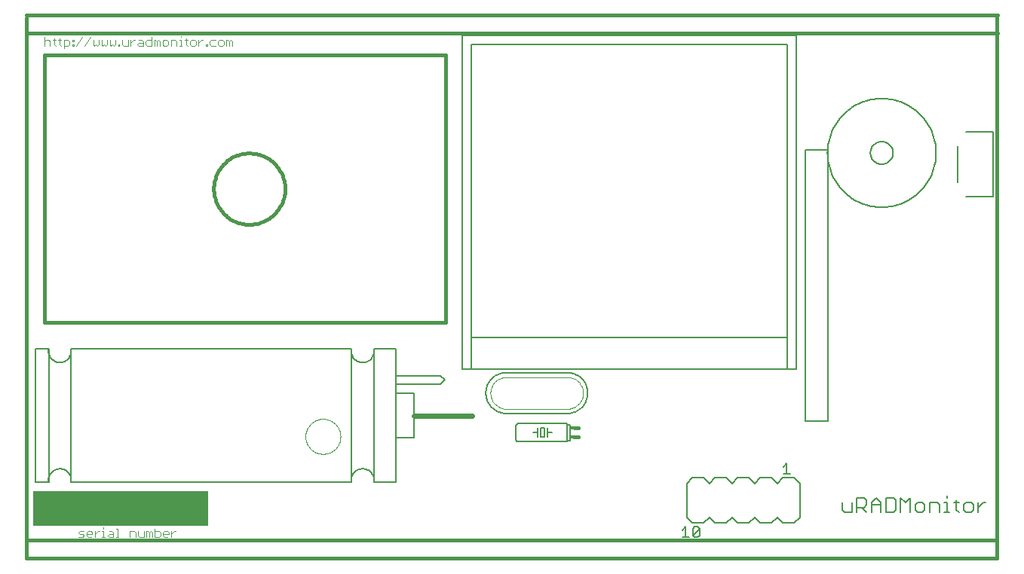
<source format=gto>
G75*
G70*
%OFA0B0*%
%FSLAX24Y24*%
%IPPOS*%
%LPD*%
%AMOC8*
5,1,8,0,0,1.08239X$1,22.5*
%
%ADD10C,0.0180*%
%ADD11R,0.7749X0.1575*%
%ADD12C,0.0030*%
%ADD13C,0.0060*%
%ADD14C,0.0020*%
%ADD15C,0.0050*%
%ADD16C,0.0160*%
%ADD17R,0.0230X0.0160*%
%ADD18C,0.0240*%
%ADD19C,0.0000*%
%ADD20C,0.0080*%
D10*
X000569Y004009D02*
X043482Y004009D01*
X043482Y004797D01*
X043482Y027907D01*
X043494Y028037D02*
X000581Y028037D01*
X000569Y027907D02*
X000569Y004797D01*
X043482Y004797D01*
X019085Y014454D02*
X001368Y014454D01*
X001368Y026265D01*
X019085Y026265D01*
X019085Y014454D01*
X008848Y020360D02*
X008850Y020439D01*
X008856Y020518D01*
X008866Y020597D01*
X008880Y020675D01*
X008897Y020752D01*
X008919Y020828D01*
X008944Y020903D01*
X008974Y020976D01*
X009006Y021048D01*
X009043Y021119D01*
X009083Y021187D01*
X009126Y021253D01*
X009172Y021317D01*
X009222Y021379D01*
X009275Y021438D01*
X009330Y021494D01*
X009389Y021548D01*
X009450Y021598D01*
X009513Y021646D01*
X009579Y021690D01*
X009647Y021731D01*
X009717Y021768D01*
X009788Y021802D01*
X009862Y021832D01*
X009936Y021858D01*
X010012Y021880D01*
X010089Y021899D01*
X010167Y021914D01*
X010245Y021925D01*
X010324Y021932D01*
X010403Y021935D01*
X010482Y021934D01*
X010561Y021929D01*
X010640Y021920D01*
X010718Y021907D01*
X010795Y021890D01*
X010872Y021870D01*
X010947Y021845D01*
X011021Y021817D01*
X011094Y021785D01*
X011164Y021750D01*
X011233Y021711D01*
X011300Y021668D01*
X011365Y021622D01*
X011427Y021574D01*
X011487Y021522D01*
X011544Y021467D01*
X011598Y021409D01*
X011649Y021349D01*
X011697Y021286D01*
X011742Y021221D01*
X011784Y021153D01*
X011822Y021084D01*
X011856Y021013D01*
X011887Y020940D01*
X011915Y020865D01*
X011938Y020790D01*
X011958Y020713D01*
X011974Y020636D01*
X011986Y020557D01*
X011994Y020479D01*
X011998Y020400D01*
X011998Y020320D01*
X011994Y020241D01*
X011986Y020163D01*
X011974Y020084D01*
X011958Y020007D01*
X011938Y019930D01*
X011915Y019855D01*
X011887Y019780D01*
X011856Y019707D01*
X011822Y019636D01*
X011784Y019567D01*
X011742Y019499D01*
X011697Y019434D01*
X011649Y019371D01*
X011598Y019311D01*
X011544Y019253D01*
X011487Y019198D01*
X011427Y019146D01*
X011365Y019098D01*
X011300Y019052D01*
X011233Y019009D01*
X011164Y018970D01*
X011094Y018935D01*
X011021Y018903D01*
X010947Y018875D01*
X010872Y018850D01*
X010795Y018830D01*
X010718Y018813D01*
X010640Y018800D01*
X010561Y018791D01*
X010482Y018786D01*
X010403Y018785D01*
X010324Y018788D01*
X010245Y018795D01*
X010167Y018806D01*
X010089Y018821D01*
X010012Y018840D01*
X009936Y018862D01*
X009862Y018888D01*
X009788Y018918D01*
X009717Y018952D01*
X009647Y018989D01*
X009579Y019030D01*
X009513Y019074D01*
X009450Y019122D01*
X009389Y019172D01*
X009330Y019226D01*
X009275Y019282D01*
X009222Y019341D01*
X009172Y019403D01*
X009126Y019467D01*
X009083Y019533D01*
X009043Y019601D01*
X009006Y019672D01*
X008974Y019744D01*
X008944Y019817D01*
X008919Y019892D01*
X008897Y019968D01*
X008880Y020045D01*
X008866Y020123D01*
X008856Y020202D01*
X008850Y020281D01*
X008848Y020360D01*
X000581Y027249D02*
X043494Y027249D01*
X000569Y004797D02*
X000569Y004009D01*
D11*
X004729Y006210D03*
D12*
X003975Y005391D02*
X003975Y005330D01*
X003975Y005206D02*
X003975Y004959D01*
X004036Y004959D02*
X003913Y004959D01*
X003913Y005206D02*
X003975Y005206D01*
X003791Y005206D02*
X003729Y005206D01*
X003606Y005083D01*
X003484Y005083D02*
X003484Y005144D01*
X003423Y005206D01*
X003299Y005206D01*
X003238Y005144D01*
X003238Y005021D01*
X003299Y004959D01*
X003423Y004959D01*
X003484Y005083D02*
X003238Y005083D01*
X003116Y005021D02*
X003054Y005083D01*
X002931Y005083D01*
X002869Y005144D01*
X002931Y005206D01*
X003116Y005206D01*
X003116Y005021D02*
X003054Y004959D01*
X002869Y004959D01*
X003606Y004959D02*
X003606Y005206D01*
X004158Y005021D02*
X004220Y005083D01*
X004405Y005083D01*
X004405Y005144D02*
X004405Y004959D01*
X004220Y004959D01*
X004158Y005021D01*
X004220Y005206D02*
X004344Y005206D01*
X004405Y005144D01*
X004527Y004959D02*
X004650Y004959D01*
X004588Y004959D02*
X004588Y005330D01*
X004527Y005330D01*
X005141Y005206D02*
X005141Y004959D01*
X005387Y004959D02*
X005387Y005144D01*
X005326Y005206D01*
X005141Y005206D01*
X005509Y005206D02*
X005509Y005021D01*
X005571Y004959D01*
X005756Y004959D01*
X005756Y005206D01*
X005877Y005206D02*
X005877Y004959D01*
X006001Y004959D02*
X006001Y005144D01*
X006062Y005206D01*
X006124Y005144D01*
X006124Y004959D01*
X006245Y004959D02*
X006431Y004959D01*
X006492Y005021D01*
X006492Y005144D01*
X006431Y005206D01*
X006245Y005206D01*
X006245Y005330D02*
X006245Y004959D01*
X006001Y005144D02*
X005939Y005206D01*
X005877Y005206D01*
X006614Y005144D02*
X006614Y005021D01*
X006676Y004959D01*
X006799Y004959D01*
X006861Y005083D02*
X006614Y005083D01*
X006614Y005144D02*
X006676Y005206D01*
X006799Y005206D01*
X006861Y005144D01*
X006861Y005083D01*
X006982Y005083D02*
X007106Y005206D01*
X007167Y005206D01*
X006982Y005206D02*
X006982Y004959D01*
X006955Y026694D02*
X006955Y026940D01*
X007141Y026940D01*
X007202Y026879D01*
X007202Y026694D01*
X007324Y026694D02*
X007447Y026694D01*
X007385Y026694D02*
X007385Y026940D01*
X007324Y026940D01*
X007385Y027064D02*
X007385Y027126D01*
X007569Y026940D02*
X007693Y026940D01*
X007631Y027002D02*
X007631Y026755D01*
X007693Y026694D01*
X007815Y026755D02*
X007876Y026694D01*
X008000Y026694D01*
X008062Y026755D01*
X008062Y026879D01*
X008000Y026940D01*
X007876Y026940D01*
X007815Y026879D01*
X007815Y026755D01*
X008183Y026694D02*
X008183Y026940D01*
X008183Y026817D02*
X008307Y026940D01*
X008368Y026940D01*
X008490Y026755D02*
X008552Y026755D01*
X008552Y026694D01*
X008490Y026694D01*
X008490Y026755D01*
X008674Y026755D02*
X008674Y026879D01*
X008736Y026940D01*
X008921Y026940D01*
X009042Y026879D02*
X009042Y026755D01*
X009104Y026694D01*
X009228Y026694D01*
X009289Y026755D01*
X009289Y026879D01*
X009228Y026940D01*
X009104Y026940D01*
X009042Y026879D01*
X008921Y026694D02*
X008736Y026694D01*
X008674Y026755D01*
X009411Y026694D02*
X009411Y026940D01*
X009473Y026940D01*
X009534Y026879D01*
X009596Y026940D01*
X009658Y026879D01*
X009658Y026694D01*
X009534Y026694D02*
X009534Y026879D01*
X006834Y026879D02*
X006834Y026755D01*
X006772Y026694D01*
X006649Y026694D01*
X006587Y026755D01*
X006587Y026879D01*
X006649Y026940D01*
X006772Y026940D01*
X006834Y026879D01*
X006466Y026879D02*
X006466Y026694D01*
X006342Y026694D02*
X006342Y026879D01*
X006404Y026940D01*
X006466Y026879D01*
X006342Y026879D02*
X006280Y026940D01*
X006219Y026940D01*
X006219Y026694D01*
X006097Y026694D02*
X005912Y026694D01*
X005850Y026755D01*
X005850Y026879D01*
X005912Y026940D01*
X006097Y026940D01*
X006097Y027064D02*
X006097Y026694D01*
X005729Y026694D02*
X005729Y026879D01*
X005667Y026940D01*
X005544Y026940D01*
X005544Y026817D02*
X005729Y026817D01*
X005729Y026694D02*
X005544Y026694D01*
X005482Y026755D01*
X005544Y026817D01*
X005360Y026940D02*
X005299Y026940D01*
X005175Y026817D01*
X005175Y026694D02*
X005175Y026940D01*
X005054Y026940D02*
X005054Y026694D01*
X004869Y026694D01*
X004807Y026755D01*
X004807Y026940D01*
X004684Y026755D02*
X004684Y026694D01*
X004623Y026694D01*
X004623Y026755D01*
X004684Y026755D01*
X004501Y026755D02*
X004501Y026940D01*
X004501Y026755D02*
X004440Y026694D01*
X004378Y026755D01*
X004316Y026694D01*
X004254Y026755D01*
X004254Y026940D01*
X004133Y026940D02*
X004133Y026755D01*
X004071Y026694D01*
X004010Y026755D01*
X003948Y026694D01*
X003886Y026755D01*
X003886Y026940D01*
X003765Y026940D02*
X003765Y026755D01*
X003703Y026694D01*
X003641Y026755D01*
X003579Y026694D01*
X003518Y026755D01*
X003518Y026940D01*
X003396Y027064D02*
X003149Y026694D01*
X002781Y026694D02*
X003028Y027064D01*
X002659Y026940D02*
X002659Y026879D01*
X002597Y026879D01*
X002597Y026940D01*
X002659Y026940D01*
X002659Y026755D02*
X002659Y026694D01*
X002597Y026694D01*
X002597Y026755D01*
X002659Y026755D01*
X002476Y026755D02*
X002414Y026694D01*
X002229Y026694D01*
X002107Y026694D02*
X002045Y026755D01*
X002045Y027002D01*
X001983Y026940D02*
X002107Y026940D01*
X002229Y026940D02*
X002414Y026940D01*
X002476Y026879D01*
X002476Y026755D01*
X002229Y026570D02*
X002229Y026940D01*
X001861Y026940D02*
X001738Y026940D01*
X001799Y027002D02*
X001799Y026755D01*
X001861Y026694D01*
X001616Y026694D02*
X001616Y026879D01*
X001554Y026940D01*
X001431Y026940D01*
X001369Y026879D01*
X001369Y027064D02*
X001369Y026694D01*
D13*
X021782Y012222D02*
X024482Y012222D01*
X024541Y012220D01*
X024599Y012214D01*
X024658Y012205D01*
X024715Y012191D01*
X024771Y012174D01*
X024826Y012153D01*
X024880Y012129D01*
X024932Y012101D01*
X024982Y012070D01*
X025030Y012036D01*
X025075Y011999D01*
X025118Y011958D01*
X025159Y011915D01*
X025196Y011870D01*
X025230Y011822D01*
X025261Y011772D01*
X025289Y011720D01*
X025313Y011666D01*
X025334Y011611D01*
X025351Y011555D01*
X025365Y011498D01*
X025374Y011439D01*
X025380Y011381D01*
X025382Y011322D01*
X025380Y011263D01*
X025374Y011205D01*
X025365Y011146D01*
X025351Y011089D01*
X025334Y011033D01*
X025313Y010978D01*
X025289Y010924D01*
X025261Y010872D01*
X025230Y010822D01*
X025196Y010774D01*
X025159Y010729D01*
X025118Y010686D01*
X025075Y010645D01*
X025030Y010608D01*
X024982Y010574D01*
X024932Y010543D01*
X024880Y010515D01*
X024826Y010491D01*
X024771Y010470D01*
X024715Y010453D01*
X024658Y010439D01*
X024599Y010430D01*
X024541Y010424D01*
X024482Y010422D01*
X021782Y010422D01*
X022307Y009972D02*
X024457Y009972D01*
X024457Y009922D01*
X024457Y009222D01*
X024457Y009172D01*
X022307Y009172D01*
X022290Y009174D01*
X022273Y009178D01*
X022257Y009185D01*
X022243Y009195D01*
X022230Y009208D01*
X022220Y009222D01*
X022213Y009238D01*
X022209Y009255D01*
X022207Y009272D01*
X022207Y009872D01*
X022209Y009889D01*
X022213Y009906D01*
X022220Y009922D01*
X022230Y009936D01*
X022243Y009949D01*
X022257Y009959D01*
X022273Y009966D01*
X022290Y009970D01*
X022307Y009972D01*
X022957Y009572D02*
X023157Y009572D01*
X023157Y009772D01*
X023307Y009772D02*
X023307Y009372D01*
X023457Y009372D01*
X023457Y009772D01*
X023307Y009772D01*
X023157Y009572D02*
X023157Y009372D01*
X023607Y009372D02*
X023607Y009572D01*
X023607Y009772D01*
X023607Y009572D02*
X023807Y009572D01*
X024457Y009222D02*
X024607Y009222D01*
X024607Y009922D01*
X024457Y009922D01*
X021782Y010422D02*
X021723Y010424D01*
X021665Y010430D01*
X021606Y010439D01*
X021549Y010453D01*
X021493Y010470D01*
X021438Y010491D01*
X021384Y010515D01*
X021332Y010543D01*
X021282Y010574D01*
X021234Y010608D01*
X021189Y010645D01*
X021146Y010686D01*
X021105Y010729D01*
X021068Y010774D01*
X021034Y010822D01*
X021003Y010872D01*
X020975Y010924D01*
X020951Y010978D01*
X020930Y011033D01*
X020913Y011089D01*
X020899Y011146D01*
X020890Y011205D01*
X020884Y011263D01*
X020882Y011322D01*
X020884Y011381D01*
X020890Y011439D01*
X020899Y011498D01*
X020913Y011555D01*
X020930Y011611D01*
X020951Y011666D01*
X020975Y011720D01*
X021003Y011772D01*
X021034Y011822D01*
X021068Y011870D01*
X021105Y011915D01*
X021146Y011958D01*
X021189Y011999D01*
X021234Y012036D01*
X021282Y012070D01*
X021332Y012101D01*
X021384Y012129D01*
X021438Y012153D01*
X021493Y012174D01*
X021549Y012191D01*
X021606Y012205D01*
X021665Y012214D01*
X021723Y012220D01*
X021782Y012222D01*
X029757Y007322D02*
X030007Y007572D01*
X030507Y007572D01*
X030757Y007322D01*
X031007Y007572D01*
X031507Y007572D01*
X031757Y007322D01*
X032007Y007572D01*
X032507Y007572D01*
X032757Y007322D01*
X033007Y007572D01*
X033507Y007572D01*
X033757Y007322D01*
X034007Y007572D01*
X034507Y007572D01*
X034757Y007322D01*
X034757Y005822D01*
X034507Y005572D01*
X034007Y005572D01*
X033757Y005822D01*
X033507Y005572D01*
X033007Y005572D01*
X032757Y005822D01*
X032507Y005572D01*
X032007Y005572D01*
X031757Y005822D01*
X031507Y005572D01*
X031007Y005572D01*
X030757Y005822D01*
X030507Y005572D01*
X030007Y005572D01*
X029757Y005822D01*
X029757Y007322D01*
X036634Y006476D02*
X036634Y006156D01*
X036741Y006049D01*
X037061Y006049D01*
X037061Y006476D01*
X037279Y006263D02*
X037599Y006263D01*
X037706Y006369D01*
X037706Y006583D01*
X037599Y006690D01*
X037279Y006690D01*
X037279Y006049D01*
X037492Y006263D02*
X037706Y006049D01*
X037923Y006049D02*
X037923Y006476D01*
X038137Y006690D01*
X038350Y006476D01*
X038350Y006049D01*
X038568Y006049D02*
X038888Y006049D01*
X038995Y006156D01*
X038995Y006583D01*
X038888Y006690D01*
X038568Y006690D01*
X038568Y006049D01*
X038350Y006369D02*
X037923Y006369D01*
X039212Y006049D02*
X039212Y006690D01*
X039426Y006476D01*
X039639Y006690D01*
X039639Y006049D01*
X039857Y006156D02*
X039857Y006369D01*
X039964Y006476D01*
X040177Y006476D01*
X040284Y006369D01*
X040284Y006156D01*
X040177Y006049D01*
X039964Y006049D01*
X039857Y006156D01*
X040502Y006049D02*
X040502Y006476D01*
X040822Y006476D01*
X040929Y006369D01*
X040929Y006049D01*
X041146Y006049D02*
X041360Y006049D01*
X041253Y006049D02*
X041253Y006476D01*
X041146Y006476D01*
X041253Y006690D02*
X041253Y006796D01*
X041683Y006583D02*
X041683Y006156D01*
X041789Y006049D01*
X042006Y006156D02*
X042112Y006049D01*
X042326Y006049D01*
X042433Y006156D01*
X042433Y006369D01*
X042326Y006476D01*
X042112Y006476D01*
X042006Y006369D01*
X042006Y006156D01*
X041789Y006476D02*
X041576Y006476D01*
X042650Y006476D02*
X042650Y006049D01*
X042650Y006263D02*
X042864Y006476D01*
X042970Y006476D01*
X037882Y021947D02*
X037884Y021991D01*
X037890Y022035D01*
X037900Y022078D01*
X037913Y022120D01*
X037930Y022161D01*
X037951Y022200D01*
X037975Y022237D01*
X038002Y022272D01*
X038032Y022304D01*
X038065Y022334D01*
X038101Y022360D01*
X038138Y022384D01*
X038178Y022403D01*
X038219Y022420D01*
X038262Y022432D01*
X038305Y022441D01*
X038349Y022446D01*
X038393Y022447D01*
X038437Y022444D01*
X038481Y022437D01*
X038524Y022426D01*
X038566Y022412D01*
X038606Y022394D01*
X038645Y022372D01*
X038681Y022348D01*
X038715Y022320D01*
X038747Y022289D01*
X038776Y022255D01*
X038802Y022219D01*
X038824Y022181D01*
X038843Y022141D01*
X038858Y022099D01*
X038870Y022057D01*
X038878Y022013D01*
X038882Y021969D01*
X038882Y021925D01*
X038878Y021881D01*
X038870Y021837D01*
X038858Y021795D01*
X038843Y021753D01*
X038824Y021713D01*
X038802Y021675D01*
X038776Y021639D01*
X038747Y021605D01*
X038715Y021574D01*
X038681Y021546D01*
X038645Y021522D01*
X038606Y021500D01*
X038566Y021482D01*
X038524Y021468D01*
X038481Y021457D01*
X038437Y021450D01*
X038393Y021447D01*
X038349Y021448D01*
X038305Y021453D01*
X038262Y021462D01*
X038219Y021474D01*
X038178Y021491D01*
X038138Y021510D01*
X038101Y021534D01*
X038065Y021560D01*
X038032Y021590D01*
X038002Y021622D01*
X037975Y021657D01*
X037951Y021694D01*
X037930Y021733D01*
X037913Y021774D01*
X037900Y021816D01*
X037890Y021859D01*
X037884Y021903D01*
X037882Y021947D01*
X035982Y021947D02*
X035985Y022065D01*
X035994Y022182D01*
X036008Y022299D01*
X036028Y022415D01*
X036054Y022530D01*
X036085Y022644D01*
X036122Y022756D01*
X036165Y022865D01*
X036212Y022973D01*
X036265Y023078D01*
X036323Y023181D01*
X036386Y023280D01*
X036454Y023377D01*
X036527Y023470D01*
X036604Y023559D01*
X036685Y023644D01*
X036770Y023725D01*
X036859Y023802D01*
X036952Y023875D01*
X037049Y023943D01*
X037148Y024006D01*
X037251Y024064D01*
X037356Y024117D01*
X037464Y024164D01*
X037573Y024207D01*
X037685Y024244D01*
X037799Y024275D01*
X037914Y024301D01*
X038030Y024321D01*
X038147Y024335D01*
X038264Y024344D01*
X038382Y024347D01*
X038500Y024344D01*
X038617Y024335D01*
X038734Y024321D01*
X038850Y024301D01*
X038965Y024275D01*
X039079Y024244D01*
X039191Y024207D01*
X039300Y024164D01*
X039408Y024117D01*
X039513Y024064D01*
X039616Y024006D01*
X039715Y023943D01*
X039812Y023875D01*
X039905Y023802D01*
X039994Y023725D01*
X040079Y023644D01*
X040160Y023559D01*
X040237Y023470D01*
X040310Y023377D01*
X040378Y023280D01*
X040441Y023181D01*
X040499Y023078D01*
X040552Y022973D01*
X040599Y022865D01*
X040642Y022756D01*
X040679Y022644D01*
X040710Y022530D01*
X040736Y022415D01*
X040756Y022299D01*
X040770Y022182D01*
X040779Y022065D01*
X040782Y021947D01*
X040779Y021829D01*
X040770Y021712D01*
X040756Y021595D01*
X040736Y021479D01*
X040710Y021364D01*
X040679Y021250D01*
X040642Y021138D01*
X040599Y021029D01*
X040552Y020921D01*
X040499Y020816D01*
X040441Y020713D01*
X040378Y020614D01*
X040310Y020517D01*
X040237Y020424D01*
X040160Y020335D01*
X040079Y020250D01*
X039994Y020169D01*
X039905Y020092D01*
X039812Y020019D01*
X039715Y019951D01*
X039616Y019888D01*
X039513Y019830D01*
X039408Y019777D01*
X039300Y019730D01*
X039191Y019687D01*
X039079Y019650D01*
X038965Y019619D01*
X038850Y019593D01*
X038734Y019573D01*
X038617Y019559D01*
X038500Y019550D01*
X038382Y019547D01*
X038264Y019550D01*
X038147Y019559D01*
X038030Y019573D01*
X037914Y019593D01*
X037799Y019619D01*
X037685Y019650D01*
X037573Y019687D01*
X037464Y019730D01*
X037356Y019777D01*
X037251Y019830D01*
X037148Y019888D01*
X037049Y019951D01*
X036952Y020019D01*
X036859Y020092D01*
X036770Y020169D01*
X036685Y020250D01*
X036604Y020335D01*
X036527Y020424D01*
X036454Y020517D01*
X036386Y020614D01*
X036323Y020713D01*
X036265Y020816D01*
X036212Y020921D01*
X036165Y021029D01*
X036122Y021138D01*
X036085Y021250D01*
X036054Y021364D01*
X036028Y021479D01*
X036008Y021595D01*
X035994Y021712D01*
X035985Y021829D01*
X035982Y021947D01*
D14*
X024482Y012022D02*
X021782Y012022D01*
X021731Y012020D01*
X021680Y012015D01*
X021630Y012005D01*
X021580Y011992D01*
X021532Y011976D01*
X021485Y011956D01*
X021439Y011932D01*
X021396Y011906D01*
X021354Y011876D01*
X021315Y011843D01*
X021278Y011808D01*
X021244Y011770D01*
X021213Y011729D01*
X021184Y011687D01*
X021159Y011642D01*
X021138Y011596D01*
X021119Y011548D01*
X021105Y011499D01*
X021094Y011449D01*
X021086Y011399D01*
X021082Y011348D01*
X021082Y011296D01*
X021086Y011245D01*
X021094Y011195D01*
X021105Y011145D01*
X021119Y011096D01*
X021138Y011048D01*
X021159Y011002D01*
X021184Y010957D01*
X021213Y010915D01*
X021244Y010874D01*
X021278Y010836D01*
X021315Y010801D01*
X021354Y010768D01*
X021396Y010738D01*
X021439Y010712D01*
X021485Y010688D01*
X021532Y010668D01*
X021580Y010652D01*
X021630Y010639D01*
X021680Y010629D01*
X021731Y010624D01*
X021782Y010622D01*
X024482Y010622D01*
X024533Y010624D01*
X024584Y010629D01*
X024634Y010639D01*
X024684Y010652D01*
X024732Y010668D01*
X024779Y010688D01*
X024825Y010712D01*
X024868Y010738D01*
X024910Y010768D01*
X024949Y010801D01*
X024986Y010836D01*
X025020Y010874D01*
X025051Y010915D01*
X025080Y010957D01*
X025105Y011002D01*
X025126Y011048D01*
X025145Y011096D01*
X025159Y011145D01*
X025170Y011195D01*
X025178Y011245D01*
X025182Y011296D01*
X025182Y011348D01*
X025178Y011399D01*
X025170Y011449D01*
X025159Y011499D01*
X025145Y011548D01*
X025126Y011596D01*
X025105Y011642D01*
X025080Y011687D01*
X025051Y011729D01*
X025020Y011770D01*
X024986Y011808D01*
X024949Y011843D01*
X024910Y011876D01*
X024868Y011906D01*
X024825Y011932D01*
X024779Y011956D01*
X024732Y011976D01*
X024684Y011992D01*
X024634Y012005D01*
X024584Y012015D01*
X024533Y012020D01*
X024482Y012022D01*
D15*
X020237Y012391D02*
X020237Y013769D01*
X034214Y013769D01*
X034214Y012391D01*
X020237Y012391D01*
X019844Y012391D01*
X019844Y027155D01*
X034607Y027155D01*
X034607Y012391D01*
X034214Y012391D01*
X034214Y013769D02*
X034214Y026761D01*
X020237Y026761D01*
X020237Y013769D01*
X018877Y012095D02*
X019074Y011898D01*
X018877Y011701D01*
X016908Y011701D01*
X016908Y011307D01*
X017696Y011307D01*
X017696Y010323D01*
X017696Y009339D01*
X016908Y009339D01*
X016908Y007370D01*
X015924Y007370D01*
X015924Y013276D01*
X016908Y013276D01*
X016908Y012095D01*
X018877Y012095D01*
X016908Y012095D02*
X016908Y011701D01*
X016908Y011307D02*
X016908Y009339D01*
X015924Y007371D02*
X015931Y007414D01*
X015934Y007459D01*
X015933Y007503D01*
X015928Y007547D01*
X015919Y007591D01*
X015906Y007633D01*
X015890Y007674D01*
X015870Y007714D01*
X015847Y007752D01*
X015820Y007787D01*
X015791Y007820D01*
X015758Y007851D01*
X015723Y007878D01*
X015686Y007902D01*
X015647Y007923D01*
X015606Y007940D01*
X015564Y007953D01*
X015520Y007963D01*
X015476Y007969D01*
X015432Y007971D01*
X015388Y007969D01*
X015344Y007963D01*
X015300Y007953D01*
X015258Y007940D01*
X015217Y007923D01*
X015178Y007902D01*
X015141Y007878D01*
X015106Y007851D01*
X015073Y007820D01*
X015044Y007787D01*
X015017Y007752D01*
X014994Y007714D01*
X014974Y007674D01*
X014958Y007633D01*
X014945Y007591D01*
X014936Y007547D01*
X014931Y007503D01*
X014930Y007459D01*
X014933Y007414D01*
X014940Y007371D01*
X014940Y007370D02*
X014940Y013276D01*
X002538Y013276D01*
X002538Y007370D01*
X014940Y007370D01*
X014940Y013276D02*
X014933Y013233D01*
X014930Y013188D01*
X014931Y013144D01*
X014936Y013100D01*
X014945Y013056D01*
X014958Y013014D01*
X014974Y012973D01*
X014994Y012933D01*
X015017Y012895D01*
X015044Y012860D01*
X015073Y012827D01*
X015106Y012796D01*
X015141Y012769D01*
X015178Y012745D01*
X015217Y012724D01*
X015258Y012707D01*
X015300Y012694D01*
X015344Y012684D01*
X015388Y012678D01*
X015432Y012676D01*
X015476Y012678D01*
X015520Y012684D01*
X015564Y012694D01*
X015606Y012707D01*
X015647Y012724D01*
X015686Y012745D01*
X015723Y012769D01*
X015758Y012796D01*
X015791Y012827D01*
X015820Y012860D01*
X015847Y012895D01*
X015870Y012933D01*
X015890Y012973D01*
X015906Y013014D01*
X015919Y013056D01*
X015928Y013100D01*
X015933Y013144D01*
X015934Y013188D01*
X015931Y013233D01*
X015924Y013276D01*
X002538Y013276D02*
X002545Y013233D01*
X002548Y013188D01*
X002547Y013144D01*
X002542Y013100D01*
X002533Y013056D01*
X002520Y013014D01*
X002504Y012973D01*
X002484Y012933D01*
X002461Y012895D01*
X002434Y012860D01*
X002405Y012827D01*
X002372Y012796D01*
X002337Y012769D01*
X002300Y012745D01*
X002261Y012724D01*
X002220Y012707D01*
X002178Y012694D01*
X002134Y012684D01*
X002090Y012678D01*
X002046Y012676D01*
X002002Y012678D01*
X001958Y012684D01*
X001914Y012694D01*
X001872Y012707D01*
X001831Y012724D01*
X001792Y012745D01*
X001755Y012769D01*
X001720Y012796D01*
X001687Y012827D01*
X001658Y012860D01*
X001631Y012895D01*
X001608Y012933D01*
X001588Y012973D01*
X001572Y013014D01*
X001559Y013056D01*
X001550Y013100D01*
X001545Y013144D01*
X001544Y013188D01*
X001547Y013233D01*
X001554Y013276D01*
X001554Y007370D01*
X000964Y007370D01*
X000964Y013276D01*
X001554Y013276D01*
X001554Y007371D02*
X001547Y007414D01*
X001544Y007459D01*
X001545Y007503D01*
X001550Y007547D01*
X001559Y007591D01*
X001572Y007633D01*
X001588Y007674D01*
X001608Y007714D01*
X001631Y007752D01*
X001658Y007787D01*
X001687Y007820D01*
X001720Y007851D01*
X001755Y007878D01*
X001792Y007902D01*
X001831Y007923D01*
X001872Y007940D01*
X001914Y007953D01*
X001958Y007963D01*
X002002Y007969D01*
X002046Y007971D01*
X002090Y007969D01*
X002134Y007963D01*
X002178Y007953D01*
X002220Y007940D01*
X002261Y007923D01*
X002300Y007902D01*
X002337Y007878D01*
X002372Y007851D01*
X002405Y007820D01*
X002434Y007787D01*
X002461Y007752D01*
X002484Y007714D01*
X002504Y007674D01*
X002520Y007633D01*
X002533Y007591D01*
X002542Y007547D01*
X002547Y007503D01*
X002548Y007459D01*
X002545Y007414D01*
X002538Y007371D01*
X029561Y005248D02*
X029711Y005398D01*
X029711Y004947D01*
X029561Y004947D02*
X029861Y004947D01*
X030021Y005022D02*
X030322Y005323D01*
X030322Y005022D01*
X030247Y004947D01*
X030096Y004947D01*
X030021Y005022D01*
X030021Y005323D01*
X030096Y005398D01*
X030247Y005398D01*
X030322Y005323D01*
X034021Y007747D02*
X034322Y007747D01*
X034172Y007747D02*
X034172Y008198D01*
X034021Y008048D01*
X035007Y010072D02*
X036007Y010072D01*
X036007Y022072D01*
X035007Y022072D01*
X035007Y010072D01*
D16*
X024957Y009772D02*
X024807Y009772D01*
X024757Y009372D02*
X024957Y009372D01*
D17*
X024742Y009372D03*
X024742Y009772D03*
D18*
X020255Y010323D02*
X017696Y010323D01*
D19*
X012903Y009399D02*
X012905Y009454D01*
X012911Y009509D01*
X012921Y009564D01*
X012934Y009617D01*
X012952Y009670D01*
X012973Y009721D01*
X012998Y009770D01*
X013026Y009818D01*
X013058Y009863D01*
X013092Y009907D01*
X013130Y009947D01*
X013170Y009985D01*
X013214Y010019D01*
X013259Y010051D01*
X013307Y010079D01*
X013356Y010104D01*
X013407Y010125D01*
X013460Y010143D01*
X013513Y010156D01*
X013568Y010166D01*
X013623Y010172D01*
X013678Y010174D01*
X013733Y010172D01*
X013788Y010166D01*
X013843Y010156D01*
X013896Y010143D01*
X013949Y010125D01*
X014000Y010104D01*
X014049Y010079D01*
X014097Y010051D01*
X014142Y010019D01*
X014186Y009985D01*
X014226Y009947D01*
X014264Y009907D01*
X014298Y009863D01*
X014330Y009818D01*
X014358Y009770D01*
X014383Y009721D01*
X014404Y009670D01*
X014422Y009617D01*
X014435Y009564D01*
X014445Y009509D01*
X014451Y009454D01*
X014453Y009399D01*
X014451Y009344D01*
X014445Y009289D01*
X014435Y009234D01*
X014422Y009181D01*
X014404Y009128D01*
X014383Y009077D01*
X014358Y009028D01*
X014330Y008980D01*
X014298Y008935D01*
X014264Y008891D01*
X014226Y008851D01*
X014186Y008813D01*
X014142Y008779D01*
X014097Y008747D01*
X014049Y008719D01*
X014000Y008694D01*
X013949Y008673D01*
X013896Y008655D01*
X013843Y008642D01*
X013788Y008632D01*
X013733Y008626D01*
X013678Y008624D01*
X013623Y008626D01*
X013568Y008632D01*
X013513Y008642D01*
X013460Y008655D01*
X013407Y008673D01*
X013356Y008694D01*
X013307Y008719D01*
X013259Y008747D01*
X013214Y008779D01*
X013170Y008813D01*
X013130Y008851D01*
X013092Y008891D01*
X013058Y008935D01*
X013026Y008980D01*
X012998Y009028D01*
X012973Y009077D01*
X012952Y009128D01*
X012934Y009181D01*
X012921Y009234D01*
X012911Y009289D01*
X012905Y009344D01*
X012903Y009399D01*
D20*
X041719Y020660D02*
X041719Y022235D01*
X042113Y022884D02*
X043294Y022884D01*
X043294Y020010D01*
X042113Y020010D01*
M02*

</source>
